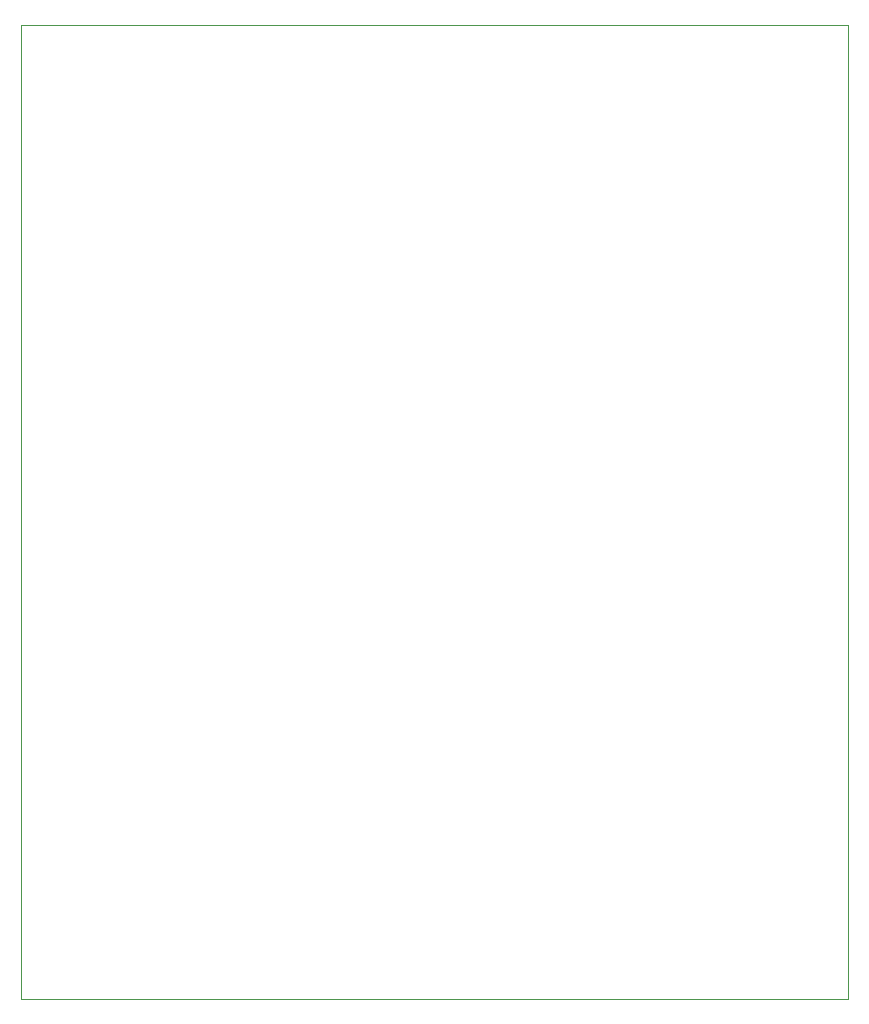
<source format=gbr>
%TF.GenerationSoftware,KiCad,Pcbnew,8.0.4*%
%TF.CreationDate,2024-12-11T23:07:32+07:00*%
%TF.ProjectId,G474-dev-board,47343734-2d64-4657-962d-626f6172642e,rev?*%
%TF.SameCoordinates,Original*%
%TF.FileFunction,Profile,NP*%
%FSLAX46Y46*%
G04 Gerber Fmt 4.6, Leading zero omitted, Abs format (unit mm)*
G04 Created by KiCad (PCBNEW 8.0.4) date 2024-12-11 23:07:32*
%MOMM*%
%LPD*%
G01*
G04 APERTURE LIST*
%TA.AperFunction,Profile*%
%ADD10C,0.050000*%
%TD*%
G04 APERTURE END LIST*
D10*
X172158800Y-58648600D02*
X172158800Y-141148600D01*
X102158800Y-58648600D02*
X102158800Y-141148600D01*
X102158800Y-58648600D02*
X172158800Y-58648600D01*
X102158800Y-141148600D02*
X172158800Y-141148600D01*
M02*

</source>
